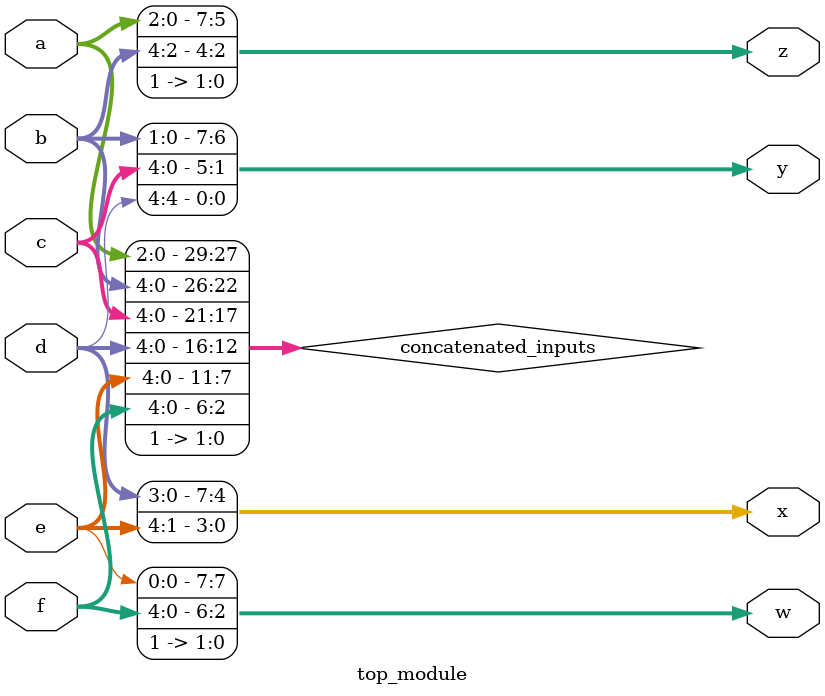
<source format=sv>
module top_module (
    input [4:0] a,
    input [4:0] b,
    input [4:0] c,
    input [4:0] d,
    input [4:0] e,
    input [4:0] f,
    output [7:0] w,
    output [7:0] x,
    output [7:0] y,
    output [7:0] z
);

wire [29:0] concatenated_inputs;

assign concatenated_inputs = {a, b, c, d, e, f, 2'b11};

assign w = concatenated_inputs[7:0];
assign x = concatenated_inputs[15:8];
assign y = concatenated_inputs[23:16];
assign z = {concatenated_inputs[29:24], 2'b11};

endmodule

</source>
